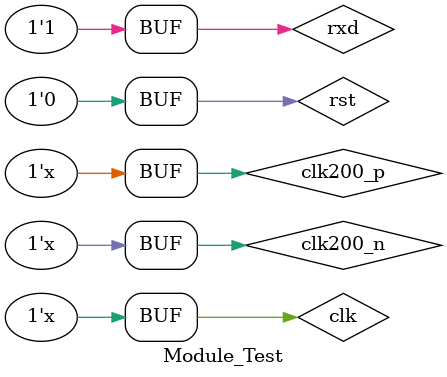
<source format=v>
`timescale 1ns / 1ps


module Module_Test;

	// Inputs
	reg clk;
	reg rst;
	reg clk200_p;
	reg clk200_n;
	reg rxd;

	// Outputs
	wire memory_read_error;
	wire [12:0] ddr2_a;
	wire [1:0] ddr2_ba;
	wire ddr2_ras_n;
	wire ddr2_cas_n;
	wire ddr2_we_n;
	wire [0:0] ddr2_cs_n;
	wire [0:0] ddr2_odt;
	wire [0:0] ddr2_cke;
	wire [7:0] ddr2_dm;
	wire phy_init_done;
	wire [1:0] ddr2_ck;
	wire [1:0] ddr2_ck_n;
	wire hsync;
	wire vsync;
	wire blank;
	wire dvi_rst;
	wire [7:0] pixel_r;
	wire [7:0] pixel_g;
	wire [7:0] pixel_b;
	wire [11:0] D;
	wire clk_dvi;
	wire clk_dvi_n;
	wire txd;

	// Bidirs
	wire [63:0] ddr2_dq;
	wire [7:0] ddr2_dqs;
	wire [7:0] ddr2_dqs_n;
	wire scl_tri;
	wire sda_tri;

	// Instantiate the Unit Under Test (UUT)
	top_module uut (
		.clk(clk), 
		.rst(rst), 
		.memory_read_error(memory_read_error), 
		.ddr2_dq(ddr2_dq), 
		.ddr2_a(ddr2_a), 
		.ddr2_ba(ddr2_ba), 
		.ddr2_ras_n(ddr2_ras_n), 
		.ddr2_cas_n(ddr2_cas_n), 
		.ddr2_we_n(ddr2_we_n), 
		.ddr2_cs_n(ddr2_cs_n), 
		.ddr2_odt(ddr2_odt), 
		.ddr2_cke(ddr2_cke), 
		.ddr2_dm(ddr2_dm), 
		.clk200_p(clk200_p), 
		.clk200_n(clk200_n), 
		.phy_init_done(phy_init_done), 
		.ddr2_dqs(ddr2_dqs), 
		.ddr2_dqs_n(ddr2_dqs_n), 
		.ddr2_ck(ddr2_ck), 
		.ddr2_ck_n(ddr2_ck_n), 
		.hsync(hsync), 
		.vsync(vsync), 
		.blank(blank), 
		.dvi_rst(dvi_rst), 
		.pixel_r(pixel_r), 
		.pixel_g(pixel_g), 
		.pixel_b(pixel_b), 
		.D(D), 
		.clk_dvi(clk_dvi), 
		.clk_dvi_n(clk_dvi_n), 
		.txd(txd), 
		.rxd(rxd), 
		.scl_tri(scl_tri), 
		.sda_tri(sda_tri)
	);

	initial begin
		// Initialize Inputs
		clk = 0;
		rst = 1;
		clk200_p = 0;
		clk200_n = 1;
		rxd = 1;

		// Wait 100 ns for global reset to finish
		#100;
       rst = 0;
		// Add stimulus here
		
		#6500;
		rst = 1;
		
		#6600;
		rst = 0;

	end
	
	always begin
	#10 clk = !clk;
	end
	
	always begin
	#5 clk200_p = !clk200_p;
	end
	
	always begin
	#5 clk200_n = !clk200_n;
	end
      
endmodule


</source>
